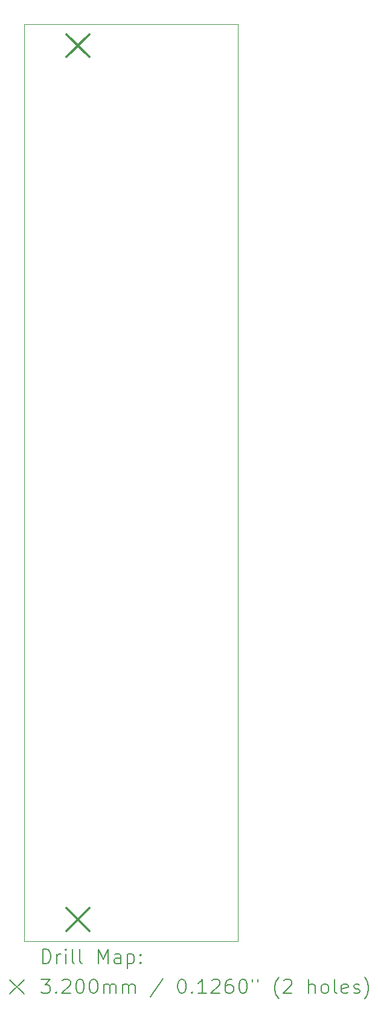
<source format=gbr>
%TF.GenerationSoftware,KiCad,Pcbnew,8.0.2*%
%TF.CreationDate,2024-05-21T21:55:27+01:00*%
%TF.ProjectId,panel-vert_mx-2024-03-26,70616e65-6c2d-4766-9572-745f6d782d32,rev?*%
%TF.SameCoordinates,Original*%
%TF.FileFunction,Drillmap*%
%TF.FilePolarity,Positive*%
%FSLAX45Y45*%
G04 Gerber Fmt 4.5, Leading zero omitted, Abs format (unit mm)*
G04 Created by KiCad (PCBNEW 8.0.2) date 2024-05-21 21:55:27*
%MOMM*%
%LPD*%
G01*
G04 APERTURE LIST*
%ADD10C,0.050000*%
%ADD11C,0.200000*%
%ADD12C,0.320000*%
G04 APERTURE END LIST*
D10*
X16350110Y-16925360D02*
X16350110Y-4075360D01*
X13350110Y-16925360D02*
X16350110Y-16925360D01*
X13350110Y-4075360D02*
X13350110Y-16925360D01*
X16350110Y-4075360D02*
X13350110Y-4075360D01*
D11*
D12*
X13943456Y-16465360D02*
X14263456Y-16785360D01*
X14263456Y-16465360D02*
X13943456Y-16785360D01*
X13945486Y-4215360D02*
X14265486Y-4535360D01*
X14265486Y-4215360D02*
X13945486Y-4535360D01*
D11*
X13608387Y-17239344D02*
X13608387Y-17039344D01*
X13608387Y-17039344D02*
X13656006Y-17039344D01*
X13656006Y-17039344D02*
X13684577Y-17048868D01*
X13684577Y-17048868D02*
X13703625Y-17067915D01*
X13703625Y-17067915D02*
X13713149Y-17086963D01*
X13713149Y-17086963D02*
X13722672Y-17125058D01*
X13722672Y-17125058D02*
X13722672Y-17153630D01*
X13722672Y-17153630D02*
X13713149Y-17191725D01*
X13713149Y-17191725D02*
X13703625Y-17210772D01*
X13703625Y-17210772D02*
X13684577Y-17229820D01*
X13684577Y-17229820D02*
X13656006Y-17239344D01*
X13656006Y-17239344D02*
X13608387Y-17239344D01*
X13808387Y-17239344D02*
X13808387Y-17106010D01*
X13808387Y-17144106D02*
X13817911Y-17125058D01*
X13817911Y-17125058D02*
X13827434Y-17115534D01*
X13827434Y-17115534D02*
X13846482Y-17106010D01*
X13846482Y-17106010D02*
X13865530Y-17106010D01*
X13932196Y-17239344D02*
X13932196Y-17106010D01*
X13932196Y-17039344D02*
X13922672Y-17048868D01*
X13922672Y-17048868D02*
X13932196Y-17058391D01*
X13932196Y-17058391D02*
X13941720Y-17048868D01*
X13941720Y-17048868D02*
X13932196Y-17039344D01*
X13932196Y-17039344D02*
X13932196Y-17058391D01*
X14056006Y-17239344D02*
X14036958Y-17229820D01*
X14036958Y-17229820D02*
X14027434Y-17210772D01*
X14027434Y-17210772D02*
X14027434Y-17039344D01*
X14160768Y-17239344D02*
X14141720Y-17229820D01*
X14141720Y-17229820D02*
X14132196Y-17210772D01*
X14132196Y-17210772D02*
X14132196Y-17039344D01*
X14389339Y-17239344D02*
X14389339Y-17039344D01*
X14389339Y-17039344D02*
X14456006Y-17182201D01*
X14456006Y-17182201D02*
X14522672Y-17039344D01*
X14522672Y-17039344D02*
X14522672Y-17239344D01*
X14703625Y-17239344D02*
X14703625Y-17134582D01*
X14703625Y-17134582D02*
X14694101Y-17115534D01*
X14694101Y-17115534D02*
X14675053Y-17106010D01*
X14675053Y-17106010D02*
X14636958Y-17106010D01*
X14636958Y-17106010D02*
X14617911Y-17115534D01*
X14703625Y-17229820D02*
X14684577Y-17239344D01*
X14684577Y-17239344D02*
X14636958Y-17239344D01*
X14636958Y-17239344D02*
X14617911Y-17229820D01*
X14617911Y-17229820D02*
X14608387Y-17210772D01*
X14608387Y-17210772D02*
X14608387Y-17191725D01*
X14608387Y-17191725D02*
X14617911Y-17172677D01*
X14617911Y-17172677D02*
X14636958Y-17163153D01*
X14636958Y-17163153D02*
X14684577Y-17163153D01*
X14684577Y-17163153D02*
X14703625Y-17153630D01*
X14798863Y-17106010D02*
X14798863Y-17306010D01*
X14798863Y-17115534D02*
X14817911Y-17106010D01*
X14817911Y-17106010D02*
X14856006Y-17106010D01*
X14856006Y-17106010D02*
X14875053Y-17115534D01*
X14875053Y-17115534D02*
X14884577Y-17125058D01*
X14884577Y-17125058D02*
X14894101Y-17144106D01*
X14894101Y-17144106D02*
X14894101Y-17201249D01*
X14894101Y-17201249D02*
X14884577Y-17220296D01*
X14884577Y-17220296D02*
X14875053Y-17229820D01*
X14875053Y-17229820D02*
X14856006Y-17239344D01*
X14856006Y-17239344D02*
X14817911Y-17239344D01*
X14817911Y-17239344D02*
X14798863Y-17229820D01*
X14979815Y-17220296D02*
X14989339Y-17229820D01*
X14989339Y-17229820D02*
X14979815Y-17239344D01*
X14979815Y-17239344D02*
X14970292Y-17229820D01*
X14970292Y-17229820D02*
X14979815Y-17220296D01*
X14979815Y-17220296D02*
X14979815Y-17239344D01*
X14979815Y-17115534D02*
X14989339Y-17125058D01*
X14989339Y-17125058D02*
X14979815Y-17134582D01*
X14979815Y-17134582D02*
X14970292Y-17125058D01*
X14970292Y-17125058D02*
X14979815Y-17115534D01*
X14979815Y-17115534D02*
X14979815Y-17134582D01*
X13147610Y-17467860D02*
X13347610Y-17667860D01*
X13347610Y-17467860D02*
X13147610Y-17667860D01*
X13589339Y-17459344D02*
X13713149Y-17459344D01*
X13713149Y-17459344D02*
X13646482Y-17535534D01*
X13646482Y-17535534D02*
X13675053Y-17535534D01*
X13675053Y-17535534D02*
X13694101Y-17545058D01*
X13694101Y-17545058D02*
X13703625Y-17554582D01*
X13703625Y-17554582D02*
X13713149Y-17573630D01*
X13713149Y-17573630D02*
X13713149Y-17621249D01*
X13713149Y-17621249D02*
X13703625Y-17640296D01*
X13703625Y-17640296D02*
X13694101Y-17649820D01*
X13694101Y-17649820D02*
X13675053Y-17659344D01*
X13675053Y-17659344D02*
X13617911Y-17659344D01*
X13617911Y-17659344D02*
X13598863Y-17649820D01*
X13598863Y-17649820D02*
X13589339Y-17640296D01*
X13798863Y-17640296D02*
X13808387Y-17649820D01*
X13808387Y-17649820D02*
X13798863Y-17659344D01*
X13798863Y-17659344D02*
X13789339Y-17649820D01*
X13789339Y-17649820D02*
X13798863Y-17640296D01*
X13798863Y-17640296D02*
X13798863Y-17659344D01*
X13884577Y-17478391D02*
X13894101Y-17468868D01*
X13894101Y-17468868D02*
X13913149Y-17459344D01*
X13913149Y-17459344D02*
X13960768Y-17459344D01*
X13960768Y-17459344D02*
X13979815Y-17468868D01*
X13979815Y-17468868D02*
X13989339Y-17478391D01*
X13989339Y-17478391D02*
X13998863Y-17497439D01*
X13998863Y-17497439D02*
X13998863Y-17516487D01*
X13998863Y-17516487D02*
X13989339Y-17545058D01*
X13989339Y-17545058D02*
X13875053Y-17659344D01*
X13875053Y-17659344D02*
X13998863Y-17659344D01*
X14122672Y-17459344D02*
X14141720Y-17459344D01*
X14141720Y-17459344D02*
X14160768Y-17468868D01*
X14160768Y-17468868D02*
X14170292Y-17478391D01*
X14170292Y-17478391D02*
X14179815Y-17497439D01*
X14179815Y-17497439D02*
X14189339Y-17535534D01*
X14189339Y-17535534D02*
X14189339Y-17583153D01*
X14189339Y-17583153D02*
X14179815Y-17621249D01*
X14179815Y-17621249D02*
X14170292Y-17640296D01*
X14170292Y-17640296D02*
X14160768Y-17649820D01*
X14160768Y-17649820D02*
X14141720Y-17659344D01*
X14141720Y-17659344D02*
X14122672Y-17659344D01*
X14122672Y-17659344D02*
X14103625Y-17649820D01*
X14103625Y-17649820D02*
X14094101Y-17640296D01*
X14094101Y-17640296D02*
X14084577Y-17621249D01*
X14084577Y-17621249D02*
X14075053Y-17583153D01*
X14075053Y-17583153D02*
X14075053Y-17535534D01*
X14075053Y-17535534D02*
X14084577Y-17497439D01*
X14084577Y-17497439D02*
X14094101Y-17478391D01*
X14094101Y-17478391D02*
X14103625Y-17468868D01*
X14103625Y-17468868D02*
X14122672Y-17459344D01*
X14313149Y-17459344D02*
X14332196Y-17459344D01*
X14332196Y-17459344D02*
X14351244Y-17468868D01*
X14351244Y-17468868D02*
X14360768Y-17478391D01*
X14360768Y-17478391D02*
X14370292Y-17497439D01*
X14370292Y-17497439D02*
X14379815Y-17535534D01*
X14379815Y-17535534D02*
X14379815Y-17583153D01*
X14379815Y-17583153D02*
X14370292Y-17621249D01*
X14370292Y-17621249D02*
X14360768Y-17640296D01*
X14360768Y-17640296D02*
X14351244Y-17649820D01*
X14351244Y-17649820D02*
X14332196Y-17659344D01*
X14332196Y-17659344D02*
X14313149Y-17659344D01*
X14313149Y-17659344D02*
X14294101Y-17649820D01*
X14294101Y-17649820D02*
X14284577Y-17640296D01*
X14284577Y-17640296D02*
X14275053Y-17621249D01*
X14275053Y-17621249D02*
X14265530Y-17583153D01*
X14265530Y-17583153D02*
X14265530Y-17535534D01*
X14265530Y-17535534D02*
X14275053Y-17497439D01*
X14275053Y-17497439D02*
X14284577Y-17478391D01*
X14284577Y-17478391D02*
X14294101Y-17468868D01*
X14294101Y-17468868D02*
X14313149Y-17459344D01*
X14465530Y-17659344D02*
X14465530Y-17526010D01*
X14465530Y-17545058D02*
X14475053Y-17535534D01*
X14475053Y-17535534D02*
X14494101Y-17526010D01*
X14494101Y-17526010D02*
X14522673Y-17526010D01*
X14522673Y-17526010D02*
X14541720Y-17535534D01*
X14541720Y-17535534D02*
X14551244Y-17554582D01*
X14551244Y-17554582D02*
X14551244Y-17659344D01*
X14551244Y-17554582D02*
X14560768Y-17535534D01*
X14560768Y-17535534D02*
X14579815Y-17526010D01*
X14579815Y-17526010D02*
X14608387Y-17526010D01*
X14608387Y-17526010D02*
X14627434Y-17535534D01*
X14627434Y-17535534D02*
X14636958Y-17554582D01*
X14636958Y-17554582D02*
X14636958Y-17659344D01*
X14732196Y-17659344D02*
X14732196Y-17526010D01*
X14732196Y-17545058D02*
X14741720Y-17535534D01*
X14741720Y-17535534D02*
X14760768Y-17526010D01*
X14760768Y-17526010D02*
X14789339Y-17526010D01*
X14789339Y-17526010D02*
X14808387Y-17535534D01*
X14808387Y-17535534D02*
X14817911Y-17554582D01*
X14817911Y-17554582D02*
X14817911Y-17659344D01*
X14817911Y-17554582D02*
X14827434Y-17535534D01*
X14827434Y-17535534D02*
X14846482Y-17526010D01*
X14846482Y-17526010D02*
X14875053Y-17526010D01*
X14875053Y-17526010D02*
X14894101Y-17535534D01*
X14894101Y-17535534D02*
X14903625Y-17554582D01*
X14903625Y-17554582D02*
X14903625Y-17659344D01*
X15294101Y-17449820D02*
X15122673Y-17706963D01*
X15551244Y-17459344D02*
X15570292Y-17459344D01*
X15570292Y-17459344D02*
X15589339Y-17468868D01*
X15589339Y-17468868D02*
X15598863Y-17478391D01*
X15598863Y-17478391D02*
X15608387Y-17497439D01*
X15608387Y-17497439D02*
X15617911Y-17535534D01*
X15617911Y-17535534D02*
X15617911Y-17583153D01*
X15617911Y-17583153D02*
X15608387Y-17621249D01*
X15608387Y-17621249D02*
X15598863Y-17640296D01*
X15598863Y-17640296D02*
X15589339Y-17649820D01*
X15589339Y-17649820D02*
X15570292Y-17659344D01*
X15570292Y-17659344D02*
X15551244Y-17659344D01*
X15551244Y-17659344D02*
X15532196Y-17649820D01*
X15532196Y-17649820D02*
X15522673Y-17640296D01*
X15522673Y-17640296D02*
X15513149Y-17621249D01*
X15513149Y-17621249D02*
X15503625Y-17583153D01*
X15503625Y-17583153D02*
X15503625Y-17535534D01*
X15503625Y-17535534D02*
X15513149Y-17497439D01*
X15513149Y-17497439D02*
X15522673Y-17478391D01*
X15522673Y-17478391D02*
X15532196Y-17468868D01*
X15532196Y-17468868D02*
X15551244Y-17459344D01*
X15703625Y-17640296D02*
X15713149Y-17649820D01*
X15713149Y-17649820D02*
X15703625Y-17659344D01*
X15703625Y-17659344D02*
X15694101Y-17649820D01*
X15694101Y-17649820D02*
X15703625Y-17640296D01*
X15703625Y-17640296D02*
X15703625Y-17659344D01*
X15903625Y-17659344D02*
X15789339Y-17659344D01*
X15846482Y-17659344D02*
X15846482Y-17459344D01*
X15846482Y-17459344D02*
X15827435Y-17487915D01*
X15827435Y-17487915D02*
X15808387Y-17506963D01*
X15808387Y-17506963D02*
X15789339Y-17516487D01*
X15979816Y-17478391D02*
X15989339Y-17468868D01*
X15989339Y-17468868D02*
X16008387Y-17459344D01*
X16008387Y-17459344D02*
X16056006Y-17459344D01*
X16056006Y-17459344D02*
X16075054Y-17468868D01*
X16075054Y-17468868D02*
X16084577Y-17478391D01*
X16084577Y-17478391D02*
X16094101Y-17497439D01*
X16094101Y-17497439D02*
X16094101Y-17516487D01*
X16094101Y-17516487D02*
X16084577Y-17545058D01*
X16084577Y-17545058D02*
X15970292Y-17659344D01*
X15970292Y-17659344D02*
X16094101Y-17659344D01*
X16265530Y-17459344D02*
X16227435Y-17459344D01*
X16227435Y-17459344D02*
X16208387Y-17468868D01*
X16208387Y-17468868D02*
X16198863Y-17478391D01*
X16198863Y-17478391D02*
X16179816Y-17506963D01*
X16179816Y-17506963D02*
X16170292Y-17545058D01*
X16170292Y-17545058D02*
X16170292Y-17621249D01*
X16170292Y-17621249D02*
X16179816Y-17640296D01*
X16179816Y-17640296D02*
X16189339Y-17649820D01*
X16189339Y-17649820D02*
X16208387Y-17659344D01*
X16208387Y-17659344D02*
X16246482Y-17659344D01*
X16246482Y-17659344D02*
X16265530Y-17649820D01*
X16265530Y-17649820D02*
X16275054Y-17640296D01*
X16275054Y-17640296D02*
X16284577Y-17621249D01*
X16284577Y-17621249D02*
X16284577Y-17573630D01*
X16284577Y-17573630D02*
X16275054Y-17554582D01*
X16275054Y-17554582D02*
X16265530Y-17545058D01*
X16265530Y-17545058D02*
X16246482Y-17535534D01*
X16246482Y-17535534D02*
X16208387Y-17535534D01*
X16208387Y-17535534D02*
X16189339Y-17545058D01*
X16189339Y-17545058D02*
X16179816Y-17554582D01*
X16179816Y-17554582D02*
X16170292Y-17573630D01*
X16408387Y-17459344D02*
X16427435Y-17459344D01*
X16427435Y-17459344D02*
X16446482Y-17468868D01*
X16446482Y-17468868D02*
X16456006Y-17478391D01*
X16456006Y-17478391D02*
X16465530Y-17497439D01*
X16465530Y-17497439D02*
X16475054Y-17535534D01*
X16475054Y-17535534D02*
X16475054Y-17583153D01*
X16475054Y-17583153D02*
X16465530Y-17621249D01*
X16465530Y-17621249D02*
X16456006Y-17640296D01*
X16456006Y-17640296D02*
X16446482Y-17649820D01*
X16446482Y-17649820D02*
X16427435Y-17659344D01*
X16427435Y-17659344D02*
X16408387Y-17659344D01*
X16408387Y-17659344D02*
X16389339Y-17649820D01*
X16389339Y-17649820D02*
X16379816Y-17640296D01*
X16379816Y-17640296D02*
X16370292Y-17621249D01*
X16370292Y-17621249D02*
X16360768Y-17583153D01*
X16360768Y-17583153D02*
X16360768Y-17535534D01*
X16360768Y-17535534D02*
X16370292Y-17497439D01*
X16370292Y-17497439D02*
X16379816Y-17478391D01*
X16379816Y-17478391D02*
X16389339Y-17468868D01*
X16389339Y-17468868D02*
X16408387Y-17459344D01*
X16551244Y-17459344D02*
X16551244Y-17497439D01*
X16627435Y-17459344D02*
X16627435Y-17497439D01*
X16922673Y-17735534D02*
X16913149Y-17726010D01*
X16913149Y-17726010D02*
X16894101Y-17697439D01*
X16894101Y-17697439D02*
X16884578Y-17678391D01*
X16884578Y-17678391D02*
X16875054Y-17649820D01*
X16875054Y-17649820D02*
X16865530Y-17602201D01*
X16865530Y-17602201D02*
X16865530Y-17564106D01*
X16865530Y-17564106D02*
X16875054Y-17516487D01*
X16875054Y-17516487D02*
X16884578Y-17487915D01*
X16884578Y-17487915D02*
X16894101Y-17468868D01*
X16894101Y-17468868D02*
X16913149Y-17440296D01*
X16913149Y-17440296D02*
X16922673Y-17430772D01*
X16989340Y-17478391D02*
X16998863Y-17468868D01*
X16998863Y-17468868D02*
X17017911Y-17459344D01*
X17017911Y-17459344D02*
X17065530Y-17459344D01*
X17065530Y-17459344D02*
X17084578Y-17468868D01*
X17084578Y-17468868D02*
X17094101Y-17478391D01*
X17094101Y-17478391D02*
X17103625Y-17497439D01*
X17103625Y-17497439D02*
X17103625Y-17516487D01*
X17103625Y-17516487D02*
X17094101Y-17545058D01*
X17094101Y-17545058D02*
X16979816Y-17659344D01*
X16979816Y-17659344D02*
X17103625Y-17659344D01*
X17341721Y-17659344D02*
X17341721Y-17459344D01*
X17427435Y-17659344D02*
X17427435Y-17554582D01*
X17427435Y-17554582D02*
X17417911Y-17535534D01*
X17417911Y-17535534D02*
X17398863Y-17526010D01*
X17398863Y-17526010D02*
X17370292Y-17526010D01*
X17370292Y-17526010D02*
X17351244Y-17535534D01*
X17351244Y-17535534D02*
X17341721Y-17545058D01*
X17551244Y-17659344D02*
X17532197Y-17649820D01*
X17532197Y-17649820D02*
X17522673Y-17640296D01*
X17522673Y-17640296D02*
X17513149Y-17621249D01*
X17513149Y-17621249D02*
X17513149Y-17564106D01*
X17513149Y-17564106D02*
X17522673Y-17545058D01*
X17522673Y-17545058D02*
X17532197Y-17535534D01*
X17532197Y-17535534D02*
X17551244Y-17526010D01*
X17551244Y-17526010D02*
X17579816Y-17526010D01*
X17579816Y-17526010D02*
X17598863Y-17535534D01*
X17598863Y-17535534D02*
X17608387Y-17545058D01*
X17608387Y-17545058D02*
X17617911Y-17564106D01*
X17617911Y-17564106D02*
X17617911Y-17621249D01*
X17617911Y-17621249D02*
X17608387Y-17640296D01*
X17608387Y-17640296D02*
X17598863Y-17649820D01*
X17598863Y-17649820D02*
X17579816Y-17659344D01*
X17579816Y-17659344D02*
X17551244Y-17659344D01*
X17732197Y-17659344D02*
X17713149Y-17649820D01*
X17713149Y-17649820D02*
X17703625Y-17630772D01*
X17703625Y-17630772D02*
X17703625Y-17459344D01*
X17884578Y-17649820D02*
X17865530Y-17659344D01*
X17865530Y-17659344D02*
X17827435Y-17659344D01*
X17827435Y-17659344D02*
X17808387Y-17649820D01*
X17808387Y-17649820D02*
X17798863Y-17630772D01*
X17798863Y-17630772D02*
X17798863Y-17554582D01*
X17798863Y-17554582D02*
X17808387Y-17535534D01*
X17808387Y-17535534D02*
X17827435Y-17526010D01*
X17827435Y-17526010D02*
X17865530Y-17526010D01*
X17865530Y-17526010D02*
X17884578Y-17535534D01*
X17884578Y-17535534D02*
X17894102Y-17554582D01*
X17894102Y-17554582D02*
X17894102Y-17573630D01*
X17894102Y-17573630D02*
X17798863Y-17592677D01*
X17970292Y-17649820D02*
X17989340Y-17659344D01*
X17989340Y-17659344D02*
X18027435Y-17659344D01*
X18027435Y-17659344D02*
X18046483Y-17649820D01*
X18046483Y-17649820D02*
X18056006Y-17630772D01*
X18056006Y-17630772D02*
X18056006Y-17621249D01*
X18056006Y-17621249D02*
X18046483Y-17602201D01*
X18046483Y-17602201D02*
X18027435Y-17592677D01*
X18027435Y-17592677D02*
X17998863Y-17592677D01*
X17998863Y-17592677D02*
X17979816Y-17583153D01*
X17979816Y-17583153D02*
X17970292Y-17564106D01*
X17970292Y-17564106D02*
X17970292Y-17554582D01*
X17970292Y-17554582D02*
X17979816Y-17535534D01*
X17979816Y-17535534D02*
X17998863Y-17526010D01*
X17998863Y-17526010D02*
X18027435Y-17526010D01*
X18027435Y-17526010D02*
X18046483Y-17535534D01*
X18122673Y-17735534D02*
X18132197Y-17726010D01*
X18132197Y-17726010D02*
X18151244Y-17697439D01*
X18151244Y-17697439D02*
X18160768Y-17678391D01*
X18160768Y-17678391D02*
X18170292Y-17649820D01*
X18170292Y-17649820D02*
X18179816Y-17602201D01*
X18179816Y-17602201D02*
X18179816Y-17564106D01*
X18179816Y-17564106D02*
X18170292Y-17516487D01*
X18170292Y-17516487D02*
X18160768Y-17487915D01*
X18160768Y-17487915D02*
X18151244Y-17468868D01*
X18151244Y-17468868D02*
X18132197Y-17440296D01*
X18132197Y-17440296D02*
X18122673Y-17430772D01*
M02*

</source>
